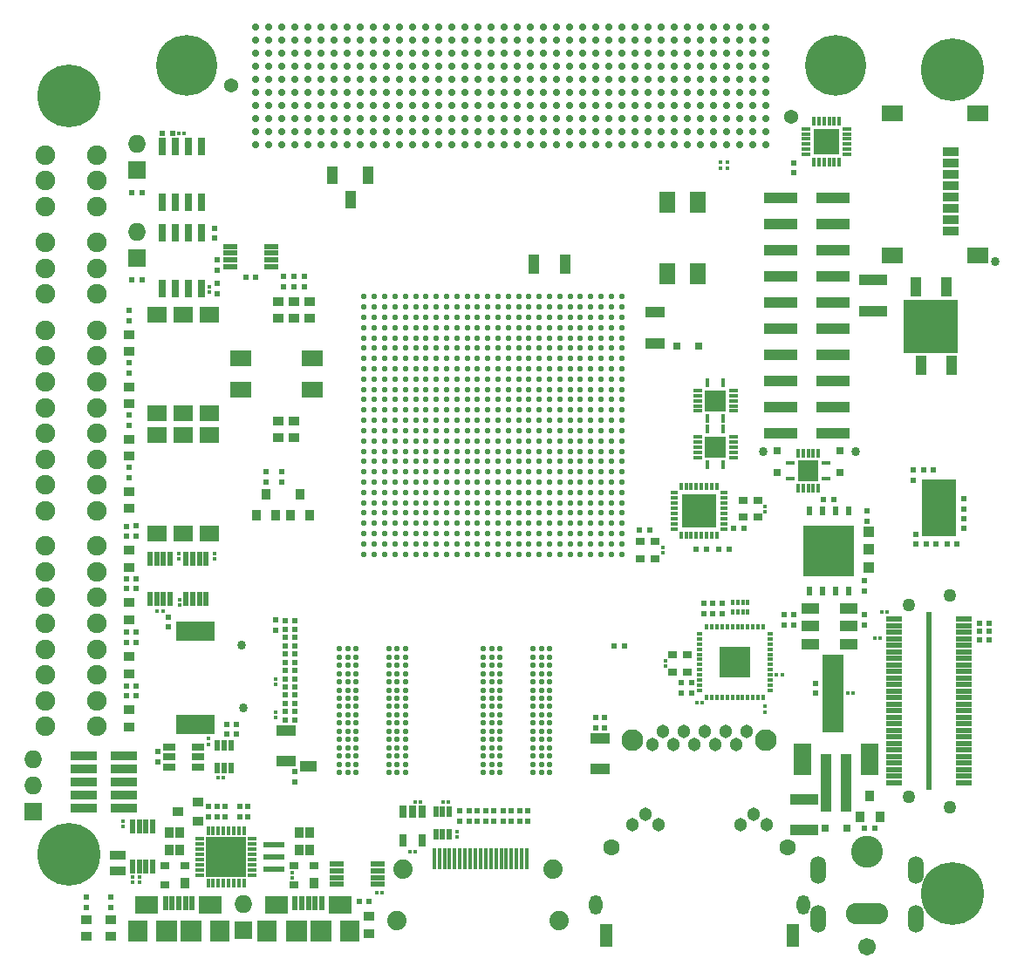
<source format=gbr>
G04 #@! TF.FileFunction,Soldermask,Top*
%FSLAX46Y46*%
G04 Gerber Fmt 4.6, Leading zero omitted, Abs format (unit mm)*
G04 Created by KiCad (PCBNEW 4.0.6) date Wed May 10 11:08:12 2017*
%MOMM*%
%LPD*%
G01*
G04 APERTURE LIST*
%ADD10C,0.101600*%
%ADD11C,0.551600*%
%ADD12R,0.351600X0.801600*%
%ADD13R,0.801600X0.351600*%
%ADD14R,1.701600X1.701600*%
%ADD15C,1.301600*%
%ADD16C,2.101600*%
%ADD17O,1.301600X1.901600*%
%ADD18R,1.181600X2.161600*%
%ADD19C,1.601600*%
%ADD20R,1.901600X1.101600*%
%ADD21R,0.401600X0.381600*%
%ADD22R,0.601600X0.601600*%
%ADD23R,1.101600X1.901600*%
%ADD24R,0.381600X0.401600*%
%ADD25R,0.685800X0.787400*%
%ADD26R,0.787400X0.685800*%
%ADD27R,1.101600X0.901600*%
%ADD28R,1.498600X0.508000*%
%ADD29R,0.609600X17.373600*%
%ADD30C,1.270000*%
%ADD31R,0.401600X2.001600*%
%ADD32C,1.879600*%
%ADD33R,0.501600X1.451600*%
%ADD34R,2.201600X1.701600*%
%ADD35R,1.901600X2.001600*%
%ADD36R,2.001600X2.001600*%
%ADD37R,1.101600X5.601600*%
%ADD38R,1.701600X3.101600*%
%ADD39R,1.752600X1.752600*%
%ADD40O,1.752600X1.752600*%
%ADD41R,2.101600X1.551600*%
%ADD42R,1.601600X0.901600*%
%ADD43R,1.102360X1.000760*%
%ADD44R,3.701600X1.901600*%
%ADD45R,0.901600X1.101600*%
%ADD46R,0.351600X0.601600*%
%ADD47R,2.101600X1.501600*%
%ADD48R,1.501600X2.101600*%
%ADD49R,2.701600X1.101600*%
%ADD50C,0.863600*%
%ADD51R,0.889000X0.990600*%
%ADD52R,0.851600X1.001600*%
%ADD53R,1.181600X0.881600*%
%ADD54R,1.201600X0.701600*%
%ADD55R,1.389100X1.389100*%
%ADD56R,0.551600X1.051600*%
%ADD57R,1.101600X1.351600*%
%ADD58R,0.551600X1.451600*%
%ADD59R,0.701600X1.201600*%
%ADD60R,0.951600X0.371600*%
%ADD61R,0.371600X0.951600*%
%ADD62R,1.351600X1.351600*%
%ADD63R,1.451600X0.551600*%
%ADD64R,0.851600X1.061600*%
%ADD65R,0.851600X0.641600*%
%ADD66R,0.951600X0.381600*%
%ADD67R,0.381600X0.951600*%
%ADD68R,1.101600X1.101600*%
%ADD69R,1.881600X1.621600*%
%ADD70R,0.951600X0.751600*%
%ADD71R,0.701600X1.651600*%
%ADD72R,0.601600X0.901600*%
%ADD73R,1.701600X1.101600*%
%ADD74R,0.601600X0.351600*%
%ADD75R,1.601600X1.601600*%
%ADD76R,0.901600X0.901600*%
%ADD77R,2.101600X0.501600*%
%ADD78R,1.501600X0.851600*%
%ADD79C,0.736600*%
%ADD80C,1.371600*%
%ADD81C,5.901600*%
%ADD82C,1.901600*%
%ADD83R,1.101600X1.701600*%
%ADD84R,2.501600X0.851600*%
%ADD85R,2.501600X0.841600*%
%ADD86R,3.251600X1.101600*%
%ADD87C,1.701600*%
%ADD88C,3.101600*%
%ADD89O,1.501600X2.701600*%
%ADD90O,4.101600X2.101600*%
%ADD91C,6.101600*%
G04 APERTURE END LIST*
D10*
D11*
X88700000Y-57100000D03*
X88700000Y-58100000D03*
X88700000Y-59100000D03*
X88700000Y-60100000D03*
X88700000Y-61100000D03*
X88700000Y-62100000D03*
X88700000Y-63100000D03*
X88700000Y-64100000D03*
X88700000Y-65100000D03*
X88700000Y-66100000D03*
X88700000Y-67100000D03*
X88700000Y-68100000D03*
X88700000Y-69100000D03*
X88700000Y-70100000D03*
X88700000Y-71100000D03*
X88700000Y-72100000D03*
X88700000Y-73100000D03*
X88700000Y-74100000D03*
X88700000Y-75100000D03*
X88700000Y-76100000D03*
X88700000Y-77100000D03*
X88700000Y-78100000D03*
X88700000Y-79100000D03*
X88700000Y-80100000D03*
X88700000Y-81100000D03*
X88700000Y-82100000D03*
X87700000Y-57100000D03*
X87700000Y-58100000D03*
X87700000Y-59100000D03*
X87700000Y-60100000D03*
X87700000Y-61100000D03*
X87700000Y-62100000D03*
X87700000Y-63100000D03*
X87700000Y-64100000D03*
X87700000Y-65100000D03*
X87700000Y-66100000D03*
X87700000Y-67100000D03*
X87700000Y-68100000D03*
X87700000Y-69100000D03*
X87700000Y-70100000D03*
X87700000Y-71100000D03*
X87700000Y-72100000D03*
X87700000Y-73100000D03*
X87700000Y-74100000D03*
X87700000Y-75100000D03*
X87700000Y-76100000D03*
X87700000Y-77100000D03*
X87700000Y-78100000D03*
X87700000Y-79100000D03*
X87700000Y-80100000D03*
X87700000Y-81100000D03*
X87700000Y-82100000D03*
X86700000Y-57100000D03*
X86700000Y-58100000D03*
X86700000Y-59100000D03*
X86700000Y-60100000D03*
X86700000Y-61100000D03*
X86700000Y-62100000D03*
X86700000Y-63100000D03*
X86700000Y-64100000D03*
X86700000Y-65100000D03*
X86700000Y-66100000D03*
X86700000Y-67100000D03*
X86700000Y-68100000D03*
X86700000Y-69100000D03*
X86700000Y-70100000D03*
X86700000Y-71100000D03*
X86700000Y-72100000D03*
X86700000Y-73100000D03*
X86700000Y-74100000D03*
X86700000Y-75100000D03*
X86700000Y-76100000D03*
X86700000Y-77100000D03*
X86700000Y-78100000D03*
X86700000Y-79100000D03*
X86700000Y-80100000D03*
X86700000Y-81100000D03*
X86700000Y-82100000D03*
X85700000Y-57100000D03*
X85700000Y-58100000D03*
X85700000Y-59100000D03*
X85700000Y-60100000D03*
X85700000Y-61100000D03*
X85700000Y-62100000D03*
X85700000Y-63100000D03*
X85700000Y-64100000D03*
X85700000Y-65100000D03*
X85700000Y-66100000D03*
X85700000Y-67100000D03*
X85700000Y-68100000D03*
X85700000Y-69100000D03*
X85700000Y-70100000D03*
X85700000Y-71100000D03*
X85700000Y-72100000D03*
X85700000Y-73100000D03*
X85700000Y-74100000D03*
X85700000Y-75100000D03*
X85700000Y-76100000D03*
X85700000Y-77100000D03*
X85700000Y-78100000D03*
X85700000Y-79100000D03*
X85700000Y-80100000D03*
X85700000Y-81100000D03*
X85700000Y-82100000D03*
X84700000Y-57100000D03*
X84700000Y-58100000D03*
X84700000Y-59100000D03*
X84700000Y-60100000D03*
X84700000Y-61100000D03*
X84700000Y-62100000D03*
X84700000Y-63100000D03*
X84700000Y-64100000D03*
X84700000Y-65100000D03*
X84700000Y-66100000D03*
X84700000Y-67100000D03*
X84700000Y-68100000D03*
X84700000Y-69100000D03*
X84700000Y-70100000D03*
X84700000Y-71100000D03*
X84700000Y-72100000D03*
X84700000Y-73100000D03*
X84700000Y-74100000D03*
X84700000Y-75100000D03*
X84700000Y-76100000D03*
X84700000Y-77100000D03*
X84700000Y-78100000D03*
X84700000Y-79100000D03*
X84700000Y-80100000D03*
X84700000Y-81100000D03*
X84700000Y-82100000D03*
X83700000Y-57100000D03*
X83700000Y-58100000D03*
X83700000Y-59100000D03*
X83700000Y-60100000D03*
X83700000Y-61100000D03*
X83700000Y-62100000D03*
X83700000Y-63100000D03*
X83700000Y-64100000D03*
X83700000Y-65100000D03*
X83700000Y-66100000D03*
X83700000Y-67100000D03*
X83700000Y-68100000D03*
X83700000Y-69100000D03*
X83700000Y-70100000D03*
X83700000Y-71100000D03*
X83700000Y-72100000D03*
X83700000Y-73100000D03*
X83700000Y-74100000D03*
X83700000Y-75100000D03*
X83700000Y-76100000D03*
X83700000Y-77100000D03*
X83700000Y-78100000D03*
X83700000Y-79100000D03*
X83700000Y-80100000D03*
X83700000Y-81100000D03*
X83700000Y-82100000D03*
X82700000Y-57100000D03*
X82700000Y-58100000D03*
X82700000Y-59100000D03*
X82700000Y-60100000D03*
X82700000Y-61100000D03*
X82700000Y-62100000D03*
X82700000Y-63100000D03*
X82700000Y-64100000D03*
X82700000Y-65100000D03*
X82700000Y-66100000D03*
X82700000Y-67100000D03*
X82700000Y-68100000D03*
X82700000Y-69100000D03*
X82700000Y-70100000D03*
X82700000Y-71100000D03*
X82700000Y-72100000D03*
X82700000Y-73100000D03*
X82700000Y-74100000D03*
X82700000Y-75100000D03*
X82700000Y-76100000D03*
X82700000Y-77100000D03*
X82700000Y-78100000D03*
X82700000Y-79100000D03*
X82700000Y-80100000D03*
X82700000Y-81100000D03*
X82700000Y-82100000D03*
X81700000Y-57100000D03*
X81700000Y-58100000D03*
X81700000Y-59100000D03*
X81700000Y-60100000D03*
X81700000Y-61100000D03*
X81700000Y-62100000D03*
X81700000Y-63100000D03*
X81700000Y-64100000D03*
X81700000Y-65100000D03*
X81700000Y-66100000D03*
X81700000Y-67100000D03*
X81700000Y-68100000D03*
X81700000Y-69100000D03*
X81700000Y-70100000D03*
X81700000Y-71100000D03*
X81700000Y-72100000D03*
X81700000Y-73100000D03*
X81700000Y-74100000D03*
X81700000Y-75100000D03*
X81700000Y-76100000D03*
X81700000Y-77100000D03*
X81700000Y-78100000D03*
X81700000Y-79100000D03*
X81700000Y-80100000D03*
X81700000Y-81100000D03*
X81700000Y-82100000D03*
X80700000Y-57100000D03*
X80700000Y-58100000D03*
X80700000Y-59100000D03*
X80700000Y-60100000D03*
X80700000Y-61100000D03*
X80700000Y-62100000D03*
X80700000Y-63100000D03*
X80700000Y-64100000D03*
X80700000Y-65100000D03*
X80700000Y-66100000D03*
X80700000Y-67100000D03*
X80700000Y-68100000D03*
X80700000Y-69100000D03*
X80700000Y-70100000D03*
X80700000Y-71100000D03*
X80700000Y-72100000D03*
X80700000Y-73100000D03*
X80700000Y-74100000D03*
X80700000Y-75100000D03*
X80700000Y-76100000D03*
X80700000Y-77100000D03*
X80700000Y-78100000D03*
X80700000Y-79100000D03*
X80700000Y-80100000D03*
X80700000Y-81100000D03*
X80700000Y-82100000D03*
X79700000Y-57100000D03*
X79700000Y-58100000D03*
X79700000Y-59100000D03*
X79700000Y-60100000D03*
X79700000Y-61100000D03*
X79700000Y-62100000D03*
X79700000Y-63100000D03*
X79700000Y-64100000D03*
X79700000Y-65100000D03*
X79700000Y-66100000D03*
X79700000Y-67100000D03*
X79700000Y-68100000D03*
X79700000Y-69100000D03*
X79700000Y-70100000D03*
X79700000Y-71100000D03*
X79700000Y-72100000D03*
X79700000Y-73100000D03*
X79700000Y-74100000D03*
X79700000Y-75100000D03*
X79700000Y-76100000D03*
X79700000Y-77100000D03*
X79700000Y-78100000D03*
X79700000Y-79100000D03*
X79700000Y-80100000D03*
X79700000Y-81100000D03*
X79700000Y-82100000D03*
X78700000Y-57100000D03*
X78700000Y-58100000D03*
X78700000Y-59100000D03*
X78700000Y-60100000D03*
X78700000Y-61100000D03*
X78700000Y-62100000D03*
X78700000Y-63100000D03*
X78700000Y-64100000D03*
X78700000Y-65100000D03*
X78700000Y-66100000D03*
X78700000Y-67100000D03*
X78700000Y-68100000D03*
X78700000Y-69100000D03*
X78700000Y-70100000D03*
X78700000Y-71100000D03*
X78700000Y-72100000D03*
X78700000Y-73100000D03*
X78700000Y-74100000D03*
X78700000Y-75100000D03*
X78700000Y-76100000D03*
X78700000Y-77100000D03*
X78700000Y-78100000D03*
X78700000Y-79100000D03*
X78700000Y-80100000D03*
X78700000Y-81100000D03*
X78700000Y-82100000D03*
X77700000Y-57100000D03*
X77700000Y-58100000D03*
X77700000Y-59100000D03*
X77700000Y-60100000D03*
X77700000Y-61100000D03*
X77700000Y-62100000D03*
X77700000Y-63100000D03*
X77700000Y-64100000D03*
X77700000Y-65100000D03*
X77700000Y-66100000D03*
X77700000Y-67100000D03*
X77700000Y-68100000D03*
X77700000Y-69100000D03*
X77700000Y-70100000D03*
X77700000Y-71100000D03*
X77700000Y-72100000D03*
X77700000Y-73100000D03*
X77700000Y-74100000D03*
X77700000Y-75100000D03*
X77700000Y-76100000D03*
X77700000Y-77100000D03*
X77700000Y-78100000D03*
X77700000Y-79100000D03*
X77700000Y-80100000D03*
X77700000Y-81100000D03*
X77700000Y-82100000D03*
X76700000Y-57100000D03*
X76700000Y-58100000D03*
X76700000Y-59100000D03*
X76700000Y-60100000D03*
X76700000Y-61100000D03*
X76700000Y-62100000D03*
X76700000Y-63100000D03*
X76700000Y-64100000D03*
X76700000Y-65100000D03*
X76700000Y-66100000D03*
X76700000Y-67100000D03*
X76700000Y-68100000D03*
X76700000Y-69100000D03*
X76700000Y-70100000D03*
X76700000Y-71100000D03*
X76700000Y-72100000D03*
X76700000Y-73100000D03*
X76700000Y-74100000D03*
X76700000Y-75100000D03*
X76700000Y-76100000D03*
X76700000Y-77100000D03*
X76700000Y-78100000D03*
X76700000Y-79100000D03*
X76700000Y-80100000D03*
X76700000Y-81100000D03*
X76700000Y-82100000D03*
X75700000Y-57100000D03*
X75700000Y-58100000D03*
X75700000Y-59100000D03*
X75700000Y-60100000D03*
X75700000Y-61100000D03*
X75700000Y-62100000D03*
X75700000Y-63100000D03*
X75700000Y-64100000D03*
X75700000Y-65100000D03*
X75700000Y-66100000D03*
X75700000Y-67100000D03*
X75700000Y-68100000D03*
X75700000Y-69100000D03*
X75700000Y-70100000D03*
X75700000Y-71100000D03*
X75700000Y-72100000D03*
X75700000Y-73100000D03*
X75700000Y-74100000D03*
X75700000Y-75100000D03*
X75700000Y-76100000D03*
X75700000Y-77100000D03*
X75700000Y-78100000D03*
X75700000Y-79100000D03*
X75700000Y-80100000D03*
X75700000Y-81100000D03*
X75700000Y-82100000D03*
X74700000Y-57100000D03*
X74700000Y-58100000D03*
X74700000Y-59100000D03*
X74700000Y-60100000D03*
X74700000Y-61100000D03*
X74700000Y-62100000D03*
X74700000Y-63100000D03*
X74700000Y-64100000D03*
X74700000Y-65100000D03*
X74700000Y-66100000D03*
X74700000Y-67100000D03*
X74700000Y-68100000D03*
X74700000Y-69100000D03*
X74700000Y-70100000D03*
X74700000Y-71100000D03*
X74700000Y-72100000D03*
X74700000Y-73100000D03*
X74700000Y-74100000D03*
X74700000Y-75100000D03*
X74700000Y-76100000D03*
X74700000Y-77100000D03*
X74700000Y-78100000D03*
X74700000Y-79100000D03*
X74700000Y-80100000D03*
X74700000Y-81100000D03*
X74700000Y-82100000D03*
X73700000Y-57100000D03*
X73700000Y-58100000D03*
X73700000Y-59100000D03*
X73700000Y-60100000D03*
X73700000Y-61100000D03*
X73700000Y-62100000D03*
X73700000Y-63100000D03*
X73700000Y-64100000D03*
X73700000Y-65100000D03*
X73700000Y-66100000D03*
X73700000Y-67100000D03*
X73700000Y-68100000D03*
X73700000Y-69100000D03*
X73700000Y-70100000D03*
X73700000Y-71100000D03*
X73700000Y-72100000D03*
X73700000Y-73100000D03*
X73700000Y-74100000D03*
X73700000Y-75100000D03*
X73700000Y-76100000D03*
X73700000Y-77100000D03*
X73700000Y-78100000D03*
X73700000Y-79100000D03*
X73700000Y-80100000D03*
X73700000Y-81100000D03*
X73700000Y-82100000D03*
X72700000Y-57100000D03*
X72700000Y-58100000D03*
X72700000Y-59100000D03*
X72700000Y-60100000D03*
X72700000Y-61100000D03*
X72700000Y-62100000D03*
X72700000Y-63100000D03*
X72700000Y-64100000D03*
X72700000Y-65100000D03*
X72700000Y-66100000D03*
X72700000Y-67100000D03*
X72700000Y-68100000D03*
X72700000Y-69100000D03*
X72700000Y-70100000D03*
X72700000Y-71100000D03*
X72700000Y-72100000D03*
X72700000Y-73100000D03*
X72700000Y-74100000D03*
X72700000Y-75100000D03*
X72700000Y-76100000D03*
X72700000Y-77100000D03*
X72700000Y-78100000D03*
X72700000Y-79100000D03*
X72700000Y-80100000D03*
X72700000Y-81100000D03*
X72700000Y-82100000D03*
X71700000Y-57100000D03*
X71700000Y-58100000D03*
X71700000Y-59100000D03*
X71700000Y-60100000D03*
X71700000Y-61100000D03*
X71700000Y-62100000D03*
X71700000Y-63100000D03*
X71700000Y-64100000D03*
X71700000Y-65100000D03*
X71700000Y-66100000D03*
X71700000Y-67100000D03*
X71700000Y-68100000D03*
X71700000Y-69100000D03*
X71700000Y-70100000D03*
X71700000Y-71100000D03*
X71700000Y-72100000D03*
X71700000Y-73100000D03*
X71700000Y-74100000D03*
X71700000Y-75100000D03*
X71700000Y-76100000D03*
X71700000Y-77100000D03*
X71700000Y-78100000D03*
X71700000Y-79100000D03*
X71700000Y-80100000D03*
X71700000Y-81100000D03*
X71700000Y-82100000D03*
X70700000Y-57100000D03*
X70700000Y-58100000D03*
X70700000Y-59100000D03*
X70700000Y-60100000D03*
X70700000Y-61100000D03*
X70700000Y-62100000D03*
X70700000Y-63100000D03*
X70700000Y-64100000D03*
X70700000Y-65100000D03*
X70700000Y-66100000D03*
X70700000Y-67100000D03*
X70700000Y-68100000D03*
X70700000Y-69100000D03*
X70700000Y-70100000D03*
X70700000Y-71100000D03*
X70700000Y-72100000D03*
X70700000Y-73100000D03*
X70700000Y-74100000D03*
X70700000Y-75100000D03*
X70700000Y-76100000D03*
X70700000Y-77100000D03*
X70700000Y-78100000D03*
X70700000Y-79100000D03*
X70700000Y-80100000D03*
X70700000Y-81100000D03*
X70700000Y-82100000D03*
X69700000Y-57100000D03*
X69700000Y-58100000D03*
X69700000Y-59100000D03*
X69700000Y-60100000D03*
X69700000Y-61100000D03*
X69700000Y-62100000D03*
X69700000Y-63100000D03*
X69700000Y-64100000D03*
X69700000Y-65100000D03*
X69700000Y-66100000D03*
X69700000Y-67100000D03*
X69700000Y-68100000D03*
X69700000Y-69100000D03*
X69700000Y-70100000D03*
X69700000Y-71100000D03*
X69700000Y-72100000D03*
X69700000Y-73100000D03*
X69700000Y-74100000D03*
X69700000Y-75100000D03*
X69700000Y-76100000D03*
X69700000Y-77100000D03*
X69700000Y-78100000D03*
X69700000Y-79100000D03*
X69700000Y-80100000D03*
X69700000Y-81100000D03*
X69700000Y-82100000D03*
X68700000Y-57100000D03*
X68700000Y-58100000D03*
X68700000Y-59100000D03*
X68700000Y-60100000D03*
X68700000Y-61100000D03*
X68700000Y-62100000D03*
X68700000Y-63100000D03*
X68700000Y-64100000D03*
X68700000Y-65100000D03*
X68700000Y-66100000D03*
X68700000Y-67100000D03*
X68700000Y-68100000D03*
X68700000Y-69100000D03*
X68700000Y-70100000D03*
X68700000Y-71100000D03*
X68700000Y-72100000D03*
X68700000Y-73100000D03*
X68700000Y-74100000D03*
X68700000Y-75100000D03*
X68700000Y-76100000D03*
X68700000Y-77100000D03*
X68700000Y-78100000D03*
X68700000Y-79100000D03*
X68700000Y-80100000D03*
X68700000Y-81100000D03*
X68700000Y-82100000D03*
X67700000Y-57100000D03*
X67700000Y-58100000D03*
X67700000Y-59100000D03*
X67700000Y-60100000D03*
X67700000Y-61100000D03*
X67700000Y-62100000D03*
X67700000Y-63100000D03*
X67700000Y-64100000D03*
X67700000Y-65100000D03*
X67700000Y-66100000D03*
X67700000Y-67100000D03*
X67700000Y-68100000D03*
X67700000Y-69100000D03*
X67700000Y-70100000D03*
X67700000Y-71100000D03*
X67700000Y-72100000D03*
X67700000Y-73100000D03*
X67700000Y-74100000D03*
X67700000Y-75100000D03*
X67700000Y-76100000D03*
X67700000Y-77100000D03*
X67700000Y-78100000D03*
X67700000Y-79100000D03*
X67700000Y-80100000D03*
X67700000Y-81100000D03*
X67700000Y-82100000D03*
X66700000Y-57100000D03*
X66700000Y-58100000D03*
X66700000Y-59100000D03*
X66700000Y-60100000D03*
X66700000Y-61100000D03*
X66700000Y-62100000D03*
X66700000Y-63100000D03*
X66700000Y-64100000D03*
X66700000Y-65100000D03*
X66700000Y-66100000D03*
X66700000Y-67100000D03*
X66700000Y-68100000D03*
X66700000Y-69100000D03*
X66700000Y-70100000D03*
X66700000Y-71100000D03*
X66700000Y-72100000D03*
X66700000Y-73100000D03*
X66700000Y-74100000D03*
X66700000Y-75100000D03*
X66700000Y-76100000D03*
X66700000Y-77100000D03*
X66700000Y-78100000D03*
X66700000Y-79100000D03*
X66700000Y-80100000D03*
X66700000Y-81100000D03*
X66700000Y-82100000D03*
X65700000Y-57100000D03*
X65700000Y-58100000D03*
X65700000Y-59100000D03*
X65700000Y-60100000D03*
X65700000Y-61100000D03*
X65700000Y-62100000D03*
X65700000Y-63100000D03*
X65700000Y-64100000D03*
X65700000Y-65100000D03*
X65700000Y-66100000D03*
X65700000Y-67100000D03*
X65700000Y-68100000D03*
X65700000Y-69100000D03*
X65700000Y-70100000D03*
X65700000Y-71100000D03*
X65700000Y-72100000D03*
X65700000Y-73100000D03*
X65700000Y-74100000D03*
X65700000Y-75100000D03*
X65700000Y-76100000D03*
X65700000Y-77100000D03*
X65700000Y-78100000D03*
X65700000Y-79100000D03*
X65700000Y-80100000D03*
X65700000Y-81100000D03*
X65700000Y-82100000D03*
X64700000Y-57100000D03*
X64700000Y-58100000D03*
X64700000Y-59100000D03*
X64700000Y-60100000D03*
X64700000Y-61100000D03*
X64700000Y-62100000D03*
X64700000Y-63100000D03*
X64700000Y-64100000D03*
X64700000Y-65100000D03*
X64700000Y-66100000D03*
X64700000Y-67100000D03*
X64700000Y-68100000D03*
X64700000Y-69100000D03*
X64700000Y-70100000D03*
X64700000Y-71100000D03*
X64700000Y-72100000D03*
X64700000Y-73100000D03*
X64700000Y-74100000D03*
X64700000Y-75100000D03*
X64700000Y-76100000D03*
X64700000Y-77100000D03*
X64700000Y-78100000D03*
X64700000Y-79100000D03*
X64700000Y-80100000D03*
X64700000Y-81100000D03*
X64700000Y-82100000D03*
X63700000Y-57100000D03*
X63700000Y-58100000D03*
X63700000Y-59100000D03*
X63700000Y-60100000D03*
X63700000Y-61100000D03*
X63700000Y-62100000D03*
X63700000Y-63100000D03*
X63700000Y-64100000D03*
X63700000Y-65100000D03*
X63700000Y-66100000D03*
X63700000Y-67100000D03*
X63700000Y-68100000D03*
X63700000Y-69100000D03*
X63700000Y-70100000D03*
X63700000Y-71100000D03*
X63700000Y-72100000D03*
X63700000Y-73100000D03*
X63700000Y-74100000D03*
X63700000Y-75100000D03*
X63700000Y-76100000D03*
X63700000Y-77100000D03*
X63700000Y-78100000D03*
X63700000Y-79100000D03*
X63700000Y-80100000D03*
X63700000Y-81100000D03*
X63700000Y-82100000D03*
D12*
X97950000Y-75500000D03*
X97450000Y-75500000D03*
X96950000Y-75500000D03*
X96450000Y-75500000D03*
X95950000Y-75500000D03*
X95450000Y-75500000D03*
X94950000Y-75500000D03*
X94450000Y-75500000D03*
D13*
X93800000Y-76150000D03*
X93800000Y-76650000D03*
X93800000Y-77150000D03*
X93800000Y-77650000D03*
X93800000Y-78150000D03*
X93800000Y-78650000D03*
X93800000Y-79150000D03*
X93800000Y-79650000D03*
D12*
X94450000Y-80300000D03*
X94950000Y-80300000D03*
X95450000Y-80300000D03*
X95950000Y-80300000D03*
X96450000Y-80300000D03*
X96950000Y-80300000D03*
X97450000Y-80300000D03*
X97950000Y-80300000D03*
D13*
X98600000Y-79650000D03*
X98600000Y-79150000D03*
X98600000Y-78650000D03*
X98600000Y-78150000D03*
X98600000Y-77650000D03*
X98600000Y-77150000D03*
X98600000Y-76650000D03*
X98600000Y-76150000D03*
D14*
X95400000Y-78700000D03*
X97000000Y-78700000D03*
X95400000Y-77100000D03*
X97000000Y-77100000D03*
D15*
X91661000Y-100596000D03*
X93693000Y-100596000D03*
X95725000Y-100596000D03*
X97757000Y-100596000D03*
X99789000Y-100596000D03*
X92677000Y-99326000D03*
X94709000Y-99326000D03*
X96741000Y-99326000D03*
X98773000Y-99326000D03*
X100805000Y-99326000D03*
D16*
X89733000Y-100206000D03*
X102733000Y-100206000D03*
D15*
X89723000Y-108346000D03*
X90993000Y-107326000D03*
X92263000Y-108346000D03*
X100203000Y-108346000D03*
X101473000Y-107326000D03*
X102743000Y-108346000D03*
D17*
X86148000Y-116156000D03*
X106318000Y-116156000D03*
D18*
X87158000Y-119126000D03*
X105308000Y-119126000D03*
D19*
X104768000Y-110556000D03*
X87698000Y-110556000D03*
D20*
X86600000Y-103000000D03*
X86600000Y-100000000D03*
X56100000Y-102200000D03*
X56100000Y-99200000D03*
D21*
X55100000Y-94765000D03*
X55100000Y-94235000D03*
X55100000Y-97435000D03*
X55100000Y-97965000D03*
D22*
X121920000Y-76716000D03*
X121920000Y-77716000D03*
X116967000Y-74922000D03*
X116967000Y-73922000D03*
D23*
X117753000Y-63754000D03*
X120753000Y-63754000D03*
D21*
X48600000Y-100565000D03*
X48600000Y-100035000D03*
D24*
X49535000Y-103800000D03*
X50065000Y-103800000D03*
X110635000Y-95631000D03*
X111165000Y-95631000D03*
D21*
X41200000Y-113965000D03*
X41200000Y-113435000D03*
X41900000Y-113965000D03*
X41900000Y-113435000D03*
D24*
X71865000Y-106200000D03*
X71335000Y-106200000D03*
D21*
X72700000Y-109035000D03*
X72700000Y-109565000D03*
D22*
X49400000Y-55800000D03*
X49400000Y-56800000D03*
X44100000Y-41200000D03*
X45100000Y-41200000D03*
X53200000Y-55200000D03*
X52200000Y-55200000D03*
D21*
X45800000Y-87065000D03*
X45800000Y-86535000D03*
X49200000Y-82565000D03*
X49200000Y-82035000D03*
D24*
X44165000Y-87600000D03*
X43635000Y-87600000D03*
D21*
X45700000Y-82565000D03*
X45700000Y-82035000D03*
X92700000Y-81435000D03*
X92700000Y-81965000D03*
D22*
X112300000Y-84700000D03*
X112300000Y-85700000D03*
D23*
X80200000Y-53900000D03*
X83200000Y-53900000D03*
D20*
X91900000Y-58600000D03*
X91900000Y-61600000D03*
D21*
X102600000Y-77965000D03*
X102600000Y-77435000D03*
D24*
X103748000Y-93853000D03*
X104278000Y-93853000D03*
X96531000Y-96520000D03*
X96001000Y-96520000D03*
D21*
X102616000Y-96890000D03*
X102616000Y-97420000D03*
X92964000Y-92445000D03*
X92964000Y-92975000D03*
X98298000Y-44058000D03*
X98298000Y-44588000D03*
X98933000Y-44058000D03*
X98933000Y-44588000D03*
D25*
X110555000Y-108700000D03*
X108445000Y-108700000D03*
D26*
X103800000Y-74155000D03*
X103800000Y-72045000D03*
X109900000Y-74155000D03*
X109900000Y-72045000D03*
D25*
X94045000Y-61900000D03*
X96155000Y-61900000D03*
D27*
X56900000Y-59225000D03*
X56900000Y-57575000D03*
X55400000Y-57575000D03*
X55400000Y-59225000D03*
X58400000Y-59225000D03*
X58400000Y-57575000D03*
X36700000Y-117575000D03*
X36700000Y-119225000D03*
X39100000Y-117575000D03*
X39100000Y-119225000D03*
X40894000Y-83375000D03*
X40894000Y-81725000D03*
X40894000Y-88455000D03*
X40894000Y-86805000D03*
X40894000Y-93726000D03*
X40894000Y-92076000D03*
X40894000Y-98869000D03*
X40894000Y-97219000D03*
X64200000Y-118925000D03*
X64200000Y-117275000D03*
X55400000Y-69175000D03*
X55400000Y-70825000D03*
X56900000Y-69175000D03*
X56900000Y-70825000D03*
D28*
X115154500Y-104293000D03*
X115154500Y-103658000D03*
X115154500Y-103023000D03*
X115154500Y-102388000D03*
X115154500Y-101753000D03*
X115154500Y-101118000D03*
X115154500Y-100483000D03*
X115154500Y-99848000D03*
X115154500Y-99213000D03*
X115154500Y-98578000D03*
X115154500Y-97943000D03*
X115154500Y-97308000D03*
X115154500Y-96673000D03*
X115154500Y-96038000D03*
X115154500Y-95403000D03*
X115154500Y-94768000D03*
X115154500Y-94133000D03*
X115154500Y-93498000D03*
X115154500Y-92863000D03*
X115154500Y-92228000D03*
X115154500Y-91593000D03*
X115154500Y-90958000D03*
X115154500Y-90323000D03*
X115154500Y-89688000D03*
X115154500Y-89053000D03*
X115154500Y-88418000D03*
X121885500Y-103658000D03*
X121885500Y-101753000D03*
X121885500Y-103023000D03*
X121885500Y-104293000D03*
X121885500Y-102388000D03*
X121885500Y-90323000D03*
X121885500Y-90958000D03*
X121885500Y-89053000D03*
X121885500Y-88418000D03*
X121885500Y-89688000D03*
X121885500Y-98578000D03*
X121885500Y-97943000D03*
X121885500Y-100483000D03*
X121885500Y-99848000D03*
X121885500Y-101118000D03*
X121885500Y-99213000D03*
X121885500Y-96038000D03*
X121885500Y-97308000D03*
X121885500Y-94768000D03*
X121885500Y-95403000D03*
X121885500Y-96673000D03*
X121885500Y-94133000D03*
X121885500Y-92228000D03*
X121885500Y-93498000D03*
X121885500Y-92863000D03*
X121885500Y-91593000D03*
D29*
X118520000Y-96355500D03*
D30*
X116615000Y-105690000D03*
X116615000Y-87021000D03*
X120552000Y-106642500D03*
X120552000Y-86068500D03*
D31*
X70500000Y-111700000D03*
X79500000Y-111700000D03*
X71000000Y-111700000D03*
X71500000Y-111700000D03*
X72000000Y-111700000D03*
X72500000Y-111700000D03*
X73000000Y-111700000D03*
X73500000Y-111700000D03*
X74000000Y-111700000D03*
X74500000Y-111700000D03*
X75000000Y-111700000D03*
X75500000Y-111700000D03*
X76000000Y-111700000D03*
X76500000Y-111700000D03*
X77000000Y-111700000D03*
X77500000Y-111700000D03*
X78000000Y-111700000D03*
X78500000Y-111700000D03*
X79000000Y-111700000D03*
D32*
X67500000Y-112700000D03*
X82000000Y-112700000D03*
X82600000Y-117650000D03*
X66900000Y-117650000D03*
D33*
X45700000Y-116025000D03*
X45050000Y-116025000D03*
X46350000Y-116025000D03*
X44400000Y-116025000D03*
X47000000Y-116025000D03*
D34*
X42600000Y-116150000D03*
X48800000Y-116150000D03*
D35*
X41700000Y-118700000D03*
X49700000Y-118700000D03*
D36*
X44500000Y-118700000D03*
X46900000Y-118700000D03*
D37*
X110500000Y-104300000D03*
X108500000Y-104300000D03*
D38*
X106250000Y-102050000D03*
X112750000Y-102050000D03*
D39*
X31600000Y-107140000D03*
D40*
X31600000Y-104600000D03*
X31600000Y-102060000D03*
D33*
X58300000Y-116000000D03*
X57650000Y-116000000D03*
X58950000Y-116000000D03*
X57000000Y-116000000D03*
X59600000Y-116000000D03*
D34*
X55200000Y-116125000D03*
X61400000Y-116125000D03*
D35*
X54300000Y-118675000D03*
X62300000Y-118675000D03*
D36*
X57100000Y-118675000D03*
X59500000Y-118675000D03*
D41*
X123276000Y-53128000D03*
X123276000Y-39328000D03*
X114976000Y-53128000D03*
X114976000Y-39328000D03*
D42*
X120676000Y-50728000D03*
X120676000Y-49628000D03*
X120676000Y-48528000D03*
X120676000Y-47428000D03*
X120676000Y-46328000D03*
X120676000Y-45228000D03*
X120676000Y-44128000D03*
X120676000Y-43028000D03*
D39*
X52000000Y-118640000D03*
D40*
X52000000Y-116100000D03*
D43*
X112649000Y-81661000D03*
X112649000Y-79961000D03*
X112649000Y-83361000D03*
D39*
X41656000Y-44831000D03*
D40*
X41656000Y-42291000D03*
D39*
X41656000Y-53340000D03*
D40*
X41656000Y-50800000D03*
D44*
X47300000Y-98600000D03*
X47300000Y-89600000D03*
D27*
X47600000Y-108050000D03*
X45600000Y-107100000D03*
X47600000Y-106150000D03*
D45*
X111850000Y-107600000D03*
X112800000Y-105600000D03*
X113750000Y-107600000D03*
X53250000Y-78300000D03*
X54200000Y-76300000D03*
X55150000Y-78300000D03*
X56550000Y-78300000D03*
X57500000Y-76300000D03*
X58450000Y-78300000D03*
D22*
X56000000Y-94200000D03*
X57000000Y-94200000D03*
X56000000Y-91800000D03*
X57000000Y-91800000D03*
X56000000Y-92600000D03*
X57000000Y-92600000D03*
X56000000Y-90200000D03*
X57000000Y-90200000D03*
X56000000Y-88600000D03*
X57000000Y-88600000D03*
X56000000Y-91000000D03*
X57000000Y-91000000D03*
X56000000Y-95000000D03*
X57000000Y-95000000D03*
X56000000Y-89400000D03*
X57000000Y-89400000D03*
X56000000Y-95800000D03*
X57000000Y-95800000D03*
X56000000Y-93400000D03*
X57000000Y-93400000D03*
X56000000Y-96600000D03*
X57000000Y-96600000D03*
X56000000Y-97400000D03*
X57000000Y-97400000D03*
X56000000Y-98200000D03*
X57000000Y-98200000D03*
X89000000Y-91000000D03*
X88000000Y-91000000D03*
X117221000Y-80145000D03*
X117221000Y-81145000D03*
X121277000Y-81153000D03*
X120277000Y-81153000D03*
X121920000Y-79621000D03*
X121920000Y-78621000D03*
X118245000Y-81153000D03*
X119245000Y-81153000D03*
X117991000Y-73914000D03*
X118991000Y-73914000D03*
X50400000Y-98600000D03*
X50400000Y-99600000D03*
X51300000Y-98600000D03*
X51300000Y-99600000D03*
X124400000Y-90400000D03*
X123400000Y-90400000D03*
X107495000Y-95631000D03*
X107495000Y-94631000D03*
X79600000Y-107000000D03*
X79600000Y-108000000D03*
X78800000Y-107000000D03*
X78800000Y-108000000D03*
X78000000Y-107000000D03*
X78000000Y-108000000D03*
X77200000Y-107000000D03*
X77200000Y-108000000D03*
X76300000Y-107000000D03*
X76300000Y-108000000D03*
X75500000Y-107000000D03*
X75500000Y-108000000D03*
X74700000Y-107000000D03*
X74700000Y-108000000D03*
X73900000Y-107000000D03*
X73900000Y-108000000D03*
X73000000Y-108000000D03*
X73000000Y-107000000D03*
X48600000Y-107600000D03*
X48600000Y-106600000D03*
X50200000Y-106600000D03*
X50200000Y-107600000D03*
X49400000Y-106600000D03*
X49400000Y-107600000D03*
X49400000Y-53500000D03*
X49400000Y-54500000D03*
X56900000Y-56100000D03*
X56900000Y-55100000D03*
X55900000Y-56100000D03*
X55900000Y-55100000D03*
X57900000Y-56100000D03*
X57900000Y-55100000D03*
X36700000Y-116400000D03*
X36700000Y-115400000D03*
X39100000Y-116400000D03*
X39100000Y-115400000D03*
X112300000Y-108700000D03*
X113300000Y-108700000D03*
X40640000Y-80383000D03*
X40640000Y-79383000D03*
X40640000Y-85463000D03*
X40640000Y-84463000D03*
X40640000Y-90670000D03*
X40640000Y-89670000D03*
X40640000Y-95877000D03*
X40640000Y-94877000D03*
X41529000Y-79375000D03*
X41529000Y-80375000D03*
X41529000Y-84463000D03*
X41529000Y-85463000D03*
X41529000Y-89670000D03*
X41529000Y-90670000D03*
X41529000Y-94877000D03*
X41529000Y-95877000D03*
X40894000Y-59436000D03*
X40894000Y-58436000D03*
X40894000Y-64508000D03*
X40894000Y-63508000D03*
X40894000Y-69588000D03*
X40894000Y-68588000D03*
X40894000Y-74668000D03*
X40894000Y-73668000D03*
X91400000Y-79800000D03*
X90400000Y-79800000D03*
X52400000Y-107600000D03*
X52400000Y-106600000D03*
X51600000Y-107600000D03*
X51600000Y-106600000D03*
X124400000Y-88800000D03*
X123400000Y-88800000D03*
X124400000Y-89600000D03*
X123400000Y-89600000D03*
X105400000Y-88000000D03*
X105400000Y-89000000D03*
X109300000Y-76800000D03*
X108300000Y-76800000D03*
X49149000Y-50427000D03*
X49149000Y-51427000D03*
X104500000Y-89000000D03*
X104500000Y-88000000D03*
X42156000Y-46990000D03*
X41156000Y-46990000D03*
X41156000Y-55499000D03*
X42156000Y-55499000D03*
X112300000Y-88000000D03*
X112300000Y-89000000D03*
X112500000Y-78900000D03*
X112500000Y-77900000D03*
X105410000Y-44077000D03*
X105410000Y-45077000D03*
X63200000Y-115800000D03*
X64200000Y-115800000D03*
X96900000Y-81600000D03*
X95900000Y-81600000D03*
X98100000Y-81600000D03*
X99100000Y-81600000D03*
X99600000Y-79600000D03*
X100600000Y-79600000D03*
X96647000Y-86876000D03*
X96647000Y-87876000D03*
X97536000Y-86876000D03*
X97536000Y-87876000D03*
X98425000Y-86876000D03*
X98425000Y-87876000D03*
X95496000Y-94615000D03*
X94496000Y-94615000D03*
X94496000Y-95631000D03*
X95496000Y-95631000D03*
X54200000Y-75100000D03*
X54200000Y-74100000D03*
X55700000Y-74100000D03*
X55700000Y-75100000D03*
D46*
X100953000Y-87749000D03*
X100453000Y-87749000D03*
X99953000Y-87749000D03*
X99453000Y-87749000D03*
X100953000Y-86749000D03*
X100453000Y-86749000D03*
X99953000Y-86749000D03*
X99453000Y-86749000D03*
D47*
X51700000Y-63100000D03*
X51700000Y-66100000D03*
X58700000Y-63100000D03*
X58700000Y-66100000D03*
D48*
X93100000Y-54900000D03*
X96100000Y-54900000D03*
X93100000Y-47900000D03*
X96100000Y-47900000D03*
D49*
X106400000Y-105900000D03*
X106400000Y-108900000D03*
X113100000Y-58500000D03*
X113100000Y-55500000D03*
D50*
X125000000Y-53700000D03*
X111400000Y-72100000D03*
X102400000Y-72100000D03*
X51800000Y-90900000D03*
X52000000Y-97000000D03*
D51*
X45833400Y-110850900D03*
X44766600Y-110850900D03*
X45833400Y-109149100D03*
X44766600Y-109149100D03*
X58433400Y-110850900D03*
X57366600Y-110850900D03*
X58433400Y-109149100D03*
X57366600Y-109149100D03*
D52*
X57925000Y-102700000D03*
X58675000Y-102700000D03*
D53*
X120580000Y-79937000D03*
X119500000Y-79937000D03*
X118420000Y-79937000D03*
X120580000Y-79157000D03*
X120580000Y-78377000D03*
X120580000Y-77597000D03*
X120580000Y-76817000D03*
X120580000Y-76037000D03*
X120580000Y-75257000D03*
X119500000Y-75257000D03*
X119500000Y-76037000D03*
X119500000Y-76817000D03*
X119500000Y-77597000D03*
X119500000Y-78377000D03*
X119500000Y-79157000D03*
X118420000Y-79157000D03*
X118420000Y-78377000D03*
X118420000Y-77597000D03*
X118420000Y-76817000D03*
X118420000Y-76037000D03*
X118420000Y-75257000D03*
D54*
X44800000Y-100850000D03*
X44800000Y-102750000D03*
X44800000Y-101800000D03*
X47600000Y-102750000D03*
X47600000Y-100850000D03*
X47600000Y-101800000D03*
D55*
X120631250Y-61931250D03*
X119343750Y-61931250D03*
X118056250Y-61931250D03*
X116768750Y-61931250D03*
X120631250Y-60643750D03*
X119343750Y-60643750D03*
X118056250Y-60643750D03*
X116768750Y-60643750D03*
X120631250Y-59356250D03*
X119343750Y-59356250D03*
X118056250Y-59356250D03*
X116768750Y-59356250D03*
X120631250Y-58068750D03*
X119343750Y-58068750D03*
X118056250Y-58068750D03*
X116768750Y-58068750D03*
D56*
X49450000Y-102900000D03*
X50100000Y-102900000D03*
X50750000Y-102900000D03*
X50750000Y-100700000D03*
X49450000Y-100700000D03*
X50100000Y-100700000D03*
D57*
X109720000Y-97506000D03*
X109720000Y-96256000D03*
X109720000Y-98756000D03*
X108720000Y-98756000D03*
X108720000Y-97506000D03*
X108720000Y-96256000D03*
X108720000Y-95006000D03*
X108720000Y-93756000D03*
X108720000Y-92506000D03*
X109720000Y-92506000D03*
X109720000Y-93756000D03*
X109720000Y-95006000D03*
D58*
X41225000Y-108525000D03*
X41875000Y-108525000D03*
X42525000Y-108525000D03*
X43175000Y-108525000D03*
X41225000Y-112475000D03*
X41875000Y-112475000D03*
X42525000Y-112475000D03*
X43175000Y-112475000D03*
D56*
X71950000Y-107100000D03*
X71300000Y-107100000D03*
X70650000Y-107100000D03*
X70650000Y-109300000D03*
X71950000Y-109300000D03*
X71300000Y-109300000D03*
D59*
X69350000Y-107100000D03*
X67450000Y-107100000D03*
X68400000Y-107100000D03*
X67450000Y-109900000D03*
X69350000Y-109900000D03*
D60*
X52850000Y-113250000D03*
X52850000Y-112750000D03*
X52850000Y-112250000D03*
X52850000Y-111750000D03*
X52850000Y-111250000D03*
X52850000Y-110750000D03*
X52850000Y-110250000D03*
X52850000Y-109750000D03*
D61*
X52050000Y-108950000D03*
X51550000Y-108950000D03*
X51050000Y-108950000D03*
X50550000Y-108950000D03*
X50050000Y-108950000D03*
X49550000Y-108950000D03*
X49050000Y-108950000D03*
X48550000Y-108950000D03*
D60*
X47750000Y-109750000D03*
X47750000Y-110250000D03*
X47750000Y-110750000D03*
X47750000Y-111250000D03*
X47750000Y-111750000D03*
X47750000Y-112250000D03*
X47750000Y-112750000D03*
X47750000Y-113250000D03*
D61*
X48550000Y-114050000D03*
X49050000Y-114050000D03*
X49550000Y-114050000D03*
X50050000Y-114050000D03*
X50550000Y-114050000D03*
X51050000Y-114050000D03*
X51550000Y-114050000D03*
X52050000Y-114050000D03*
D62*
X49050000Y-110250000D03*
X49050000Y-112750000D03*
X51550000Y-110250000D03*
X50300000Y-112750000D03*
X49050000Y-111500000D03*
X50300000Y-111500000D03*
X51550000Y-111500000D03*
X50300000Y-110250000D03*
X51550000Y-112750000D03*
D63*
X50725000Y-54175000D03*
X50725000Y-53525000D03*
X50725000Y-52875000D03*
X50725000Y-52225000D03*
X54675000Y-54175000D03*
X54675000Y-53525000D03*
X54675000Y-52875000D03*
X54675000Y-52225000D03*
D64*
X46275000Y-114060000D03*
D65*
X44325000Y-112340000D03*
X46275000Y-112340000D03*
X44325000Y-114260000D03*
D66*
X96075000Y-67200000D03*
X96075000Y-66700000D03*
X96075000Y-66200000D03*
X96075000Y-67700000D03*
X96075000Y-68200000D03*
X99525000Y-67200000D03*
X99525000Y-66700000D03*
X99525000Y-66200000D03*
X99525000Y-67700000D03*
X99525000Y-68200000D03*
D67*
X98550000Y-65475000D03*
X97050000Y-65475000D03*
X97050000Y-68925000D03*
X98550000Y-68925000D03*
D68*
X98300000Y-66700000D03*
X98300000Y-67700000D03*
X97300000Y-67700000D03*
X97300000Y-66700000D03*
D66*
X96075000Y-71700000D03*
X96075000Y-71200000D03*
X96075000Y-70700000D03*
X96075000Y-72200000D03*
X96075000Y-72700000D03*
X99525000Y-71700000D03*
X99525000Y-71200000D03*
X99525000Y-70700000D03*
X99525000Y-72200000D03*
X99525000Y-72700000D03*
D67*
X98550000Y-69975000D03*
X97050000Y-69975000D03*
X97050000Y-73425000D03*
X98550000Y-73425000D03*
D68*
X98300000Y-71200000D03*
X98300000Y-72200000D03*
X97300000Y-72200000D03*
X97300000Y-71200000D03*
D67*
X106800000Y-75725000D03*
X106300000Y-75725000D03*
X105800000Y-75725000D03*
X107300000Y-75725000D03*
X107800000Y-75725000D03*
X106800000Y-72275000D03*
X106300000Y-72275000D03*
X105800000Y-72275000D03*
X107300000Y-72275000D03*
X107800000Y-72275000D03*
D66*
X105075000Y-73250000D03*
X105075000Y-74750000D03*
X108525000Y-74750000D03*
X108525000Y-73250000D03*
D68*
X106300000Y-73500000D03*
X107300000Y-73500000D03*
X107300000Y-74500000D03*
X106300000Y-74500000D03*
D58*
X48375000Y-86475000D03*
X47725000Y-86475000D03*
X47075000Y-86475000D03*
X46425000Y-86475000D03*
X48375000Y-82525000D03*
X47725000Y-82525000D03*
X47075000Y-82525000D03*
X46425000Y-82525000D03*
X44875000Y-86475000D03*
X44225000Y-86475000D03*
X43575000Y-86475000D03*
X42925000Y-86475000D03*
X44875000Y-82525000D03*
X44225000Y-82525000D03*
X43575000Y-82525000D03*
X42925000Y-82525000D03*
D69*
X43561000Y-68389000D03*
X43561000Y-58865000D03*
X46101000Y-58865000D03*
X48641000Y-58865000D03*
X48641000Y-68389000D03*
X46101000Y-68389000D03*
X43561000Y-80073000D03*
X43561000Y-70549000D03*
X46101000Y-70549000D03*
X48641000Y-70549000D03*
X48641000Y-80073000D03*
X46101000Y-80073000D03*
D70*
X90475000Y-80875000D03*
X91925000Y-82525000D03*
X90475000Y-82525000D03*
X91925000Y-80875000D03*
D71*
X47879000Y-50894000D03*
X46609000Y-50894000D03*
X45339000Y-50894000D03*
X44069000Y-50894000D03*
X44069000Y-56294000D03*
X45339000Y-56294000D03*
X46609000Y-56294000D03*
X47879000Y-56294000D03*
X47879000Y-42512000D03*
X46609000Y-42512000D03*
X45339000Y-42512000D03*
X44069000Y-42512000D03*
X44069000Y-47912000D03*
X45339000Y-47912000D03*
X46609000Y-47912000D03*
X47879000Y-47912000D03*
D72*
X109435000Y-77900000D03*
X108165000Y-77900000D03*
X106895000Y-77900000D03*
X110705000Y-77900000D03*
X110705000Y-85700000D03*
X109435000Y-85700000D03*
X108165000Y-85700000D03*
X106895000Y-85700000D03*
D14*
X108800000Y-81800000D03*
X110400000Y-81800000D03*
X110400000Y-83400000D03*
X108800000Y-83400000D03*
X107200000Y-83400000D03*
X107200000Y-81800000D03*
X107200000Y-80200000D03*
X108800000Y-80200000D03*
X110400000Y-80200000D03*
D73*
X110750000Y-89100000D03*
X110750000Y-87350000D03*
X110750000Y-90850000D03*
X107050000Y-87350000D03*
X107050000Y-89100000D03*
X107050000Y-90850000D03*
D70*
X101925000Y-78525000D03*
X100475000Y-76875000D03*
X101925000Y-76875000D03*
X100475000Y-78525000D03*
D63*
X64975000Y-112225000D03*
X64975000Y-112875000D03*
X64975000Y-113525000D03*
X64975000Y-114175000D03*
X61025000Y-112225000D03*
X61025000Y-112875000D03*
X61025000Y-113525000D03*
X61025000Y-114175000D03*
D64*
X58875000Y-114060000D03*
D65*
X56925000Y-112340000D03*
X58875000Y-112340000D03*
X56925000Y-114260000D03*
D74*
X96295000Y-95333000D03*
X96295000Y-94833000D03*
X96295000Y-94333000D03*
X96295000Y-93833000D03*
X96295000Y-93333000D03*
X96295000Y-92833000D03*
X96295000Y-92333000D03*
X96295000Y-91833000D03*
X96295000Y-91333000D03*
X96295000Y-90833000D03*
X96295000Y-90333000D03*
X96295000Y-89833000D03*
D46*
X96945000Y-89183000D03*
X99445000Y-89183000D03*
X98945000Y-89183000D03*
X98445000Y-89183000D03*
X97945000Y-89183000D03*
X97445000Y-89183000D03*
X99945000Y-89183000D03*
X100445000Y-89183000D03*
X100945000Y-89183000D03*
X101445000Y-89183000D03*
X101945000Y-89183000D03*
X102445000Y-89183000D03*
D74*
X103095000Y-92333000D03*
X103095000Y-91833000D03*
X103095000Y-91333000D03*
X103095000Y-90833000D03*
X103095000Y-90333000D03*
X103095000Y-89833000D03*
X103095000Y-92833000D03*
X103095000Y-93333000D03*
X103095000Y-93833000D03*
X103095000Y-94333000D03*
X103095000Y-94833000D03*
X103095000Y-95333000D03*
D46*
X99945000Y-95983000D03*
X99445000Y-95983000D03*
X98945000Y-95983000D03*
X98445000Y-95983000D03*
X97945000Y-95983000D03*
X97445000Y-95983000D03*
X96945000Y-95983000D03*
X100445000Y-95983000D03*
X100945000Y-95983000D03*
X101445000Y-95983000D03*
X101945000Y-95983000D03*
X102445000Y-95983000D03*
D75*
X98945000Y-93333000D03*
X98945000Y-91833000D03*
X100445000Y-91833000D03*
X100445000Y-93333000D03*
D67*
X109835000Y-44012000D03*
X108835000Y-44012000D03*
X109335000Y-44012000D03*
X108335000Y-44012000D03*
X107835000Y-44012000D03*
X107335000Y-44012000D03*
D66*
X110560000Y-43287000D03*
X110560000Y-42787000D03*
X110560000Y-42287000D03*
X110560000Y-41787000D03*
X110560000Y-41287000D03*
X110560000Y-40787000D03*
D67*
X108835000Y-40062000D03*
X109335000Y-40062000D03*
X109835000Y-40062000D03*
X108335000Y-40062000D03*
X107835000Y-40062000D03*
X107335000Y-40062000D03*
D66*
X106610000Y-40787000D03*
X106610000Y-41287000D03*
X106610000Y-41787000D03*
X106610000Y-42287000D03*
X106610000Y-42787000D03*
X106610000Y-43287000D03*
D76*
X109385000Y-42837000D03*
X108585000Y-42837000D03*
X107785000Y-42837000D03*
X107785000Y-42037000D03*
X108585000Y-42037000D03*
X109385000Y-42037000D03*
X109385000Y-41237000D03*
X108585000Y-41237000D03*
X107785000Y-41237000D03*
D70*
X95086000Y-93535000D03*
X93636000Y-91885000D03*
X95086000Y-91885000D03*
X93636000Y-93535000D03*
D77*
X54900000Y-111500000D03*
X54900000Y-112700000D03*
X54900000Y-110300000D03*
D78*
X39800000Y-112825000D03*
X39800000Y-111375000D03*
D79*
X102710000Y-42331700D03*
X102710000Y-41061700D03*
X102710000Y-39791700D03*
X102710000Y-38521700D03*
X102710000Y-37251700D03*
X102710000Y-35981700D03*
X102710000Y-34711700D03*
X102710000Y-33441700D03*
X102710000Y-32171700D03*
X102710000Y-30901700D03*
X101440000Y-42331700D03*
X101440000Y-41061700D03*
X101440000Y-39791700D03*
X101440000Y-38521700D03*
X101440000Y-37251700D03*
X101440000Y-35981700D03*
X101440000Y-34711700D03*
X101440000Y-33441700D03*
X101440000Y-32171700D03*
X101440000Y-30901700D03*
X100170000Y-42331700D03*
X100170000Y-41061700D03*
X100170000Y-39791700D03*
X100170000Y-38521700D03*
X100170000Y-37251700D03*
X100170000Y-35981700D03*
X100170000Y-34711700D03*
X100170000Y-33441700D03*
X100170000Y-32171700D03*
X100170000Y-30901700D03*
X98900000Y-42331700D03*
X98900000Y-41061700D03*
X98900000Y-39791700D03*
X98900000Y-38521700D03*
X98900000Y-37251700D03*
X98900000Y-35981700D03*
X98900000Y-34711700D03*
X98900000Y-33441700D03*
X98900000Y-32171700D03*
X98900000Y-30901700D03*
X97630000Y-42331700D03*
X97630000Y-41061700D03*
X97630000Y-39791700D03*
X97630000Y-38521700D03*
X97630000Y-37251700D03*
X97630000Y-35981700D03*
X97630000Y-34711700D03*
X97630000Y-33441700D03*
X97630000Y-32171700D03*
X97630000Y-30901700D03*
X96360000Y-42331700D03*
X96360000Y-41061700D03*
X96360000Y-39791700D03*
X96360000Y-38521700D03*
X96360000Y-37251700D03*
X96360000Y-35981700D03*
X96360000Y-34711700D03*
X96360000Y-33441700D03*
X96360000Y-32171700D03*
X96360000Y-30901700D03*
X95090000Y-42331700D03*
X95090000Y-41061700D03*
X95090000Y-39791700D03*
X95090000Y-38521700D03*
X95090000Y-37251700D03*
X95090000Y-35981700D03*
X95090000Y-34711700D03*
X95090000Y-33441700D03*
X95090000Y-32171700D03*
X95090000Y-30901700D03*
X93820000Y-42331700D03*
X93820000Y-41061700D03*
X93820000Y-39791700D03*
X93820000Y-38521700D03*
X93820000Y-37251700D03*
X93820000Y-35981700D03*
X93820000Y-34711700D03*
X93820000Y-33441700D03*
X93820000Y-32171700D03*
X93820000Y-30901700D03*
X92550000Y-42331700D03*
X92550000Y-41061700D03*
X92550000Y-39791700D03*
X92550000Y-38521700D03*
X92550000Y-37251700D03*
X92550000Y-35981700D03*
X92550000Y-34711700D03*
X92550000Y-33441700D03*
X92550000Y-32171700D03*
X92550000Y-30901700D03*
X91280000Y-42331700D03*
X91280000Y-41061700D03*
X91280000Y-39791700D03*
X91280000Y-38521700D03*
X91280000Y-37251700D03*
X91280000Y-35981700D03*
X91280000Y-34711700D03*
X91280000Y-33441700D03*
X91280000Y-32171700D03*
X91280000Y-30901700D03*
X90010000Y-42331700D03*
X90010000Y-41061700D03*
X90010000Y-39791700D03*
X90010000Y-38521700D03*
X90010000Y-37251700D03*
X90010000Y-35981700D03*
X90010000Y-34711700D03*
X90010000Y-33441700D03*
X90010000Y-32171700D03*
X90010000Y-30901700D03*
X88740000Y-42331700D03*
X88740000Y-41061700D03*
X88740000Y-39791700D03*
X88740000Y-38521700D03*
X88740000Y-37251700D03*
X88740000Y-35981700D03*
X88740000Y-34711700D03*
X88740000Y-33441700D03*
X88740000Y-32171700D03*
X88740000Y-30901700D03*
X87470000Y-42331700D03*
X87470000Y-41061700D03*
X87470000Y-39791700D03*
X87470000Y-38521700D03*
X87470000Y-37251700D03*
X87470000Y-35981700D03*
X87470000Y-34711700D03*
X87470000Y-33441700D03*
X87470000Y-32171700D03*
X87470000Y-30901700D03*
X86200000Y-42331700D03*
X86200000Y-41061700D03*
X86200000Y-39791700D03*
X86200000Y-38521700D03*
X86200000Y-37251700D03*
X86200000Y-35981700D03*
X86200000Y-34711700D03*
X86200000Y-33441700D03*
X86200000Y-32171700D03*
X86200000Y-30901700D03*
X84930000Y-42331700D03*
X84930000Y-41061700D03*
X84930000Y-39791700D03*
X84930000Y-38521700D03*
X84930000Y-37251700D03*
X84930000Y-35981700D03*
X84930000Y-34711700D03*
X84930000Y-33441700D03*
X84930000Y-32171700D03*
X84930000Y-30901700D03*
X83660000Y-42331700D03*
X83660000Y-41061700D03*
X83660000Y-39791700D03*
X83660000Y-38521700D03*
X83660000Y-37251700D03*
X83660000Y-35981700D03*
X83660000Y-34711700D03*
X83660000Y-33441700D03*
X83660000Y-32171700D03*
X83660000Y-30901700D03*
X82390000Y-42331700D03*
X82390000Y-41061700D03*
X82390000Y-39791700D03*
X82390000Y-38521700D03*
X82390000Y-37251700D03*
X82390000Y-35981700D03*
X82390000Y-34711700D03*
X82390000Y-33441700D03*
X82390000Y-32171700D03*
X82390000Y-30901700D03*
X81120000Y-42331700D03*
X81120000Y-41061700D03*
X81120000Y-39791700D03*
X81120000Y-38521700D03*
X81120000Y-37251700D03*
X81120000Y-35981700D03*
X81120000Y-34711700D03*
X81120000Y-33441700D03*
X81120000Y-32171700D03*
X81120000Y-30901700D03*
X79850000Y-42331700D03*
X79850000Y-41061700D03*
X79850000Y-39791700D03*
X79850000Y-38521700D03*
X79850000Y-37251700D03*
X79850000Y-35981700D03*
X79850000Y-34711700D03*
X79850000Y-33441700D03*
X79850000Y-32171700D03*
X79850000Y-30901700D03*
X78580000Y-42331700D03*
X78580000Y-41061700D03*
X78580000Y-39791700D03*
X78580000Y-38521700D03*
X78580000Y-37251700D03*
X78580000Y-35981700D03*
X78580000Y-34711700D03*
X78580000Y-33441700D03*
X78580000Y-32171700D03*
X78580000Y-30901700D03*
X77310000Y-42331700D03*
X77310000Y-41061700D03*
X77310000Y-39791700D03*
X77310000Y-38521700D03*
X77310000Y-37251700D03*
X77310000Y-35981700D03*
X77310000Y-34711700D03*
X77310000Y-33441700D03*
X77310000Y-32171700D03*
X77310000Y-30901700D03*
X76040000Y-42331700D03*
X76040000Y-41061700D03*
X76040000Y-39791700D03*
X76040000Y-38521700D03*
X76040000Y-37251700D03*
X76040000Y-35981700D03*
X76040000Y-34711700D03*
X76040000Y-33441700D03*
X76040000Y-32171700D03*
X76040000Y-30901700D03*
X74770000Y-42331700D03*
X74770000Y-41061700D03*
X74770000Y-39791700D03*
X74770000Y-38521700D03*
X74770000Y-37251700D03*
X74770000Y-35981700D03*
X74770000Y-34711700D03*
X74770000Y-33441700D03*
X74770000Y-32171700D03*
X74770000Y-30901700D03*
X73500000Y-42331700D03*
X73500000Y-41061700D03*
X73500000Y-39791700D03*
X73500000Y-38521700D03*
X73500000Y-37251700D03*
X73500000Y-35981700D03*
X73500000Y-34711700D03*
X73500000Y-33441700D03*
X73500000Y-32171700D03*
X73500000Y-30901700D03*
X72230000Y-42331700D03*
X72230000Y-41061700D03*
X72230000Y-39791700D03*
X72230000Y-38521700D03*
X72230000Y-37251700D03*
X72230000Y-35981700D03*
X72230000Y-34711700D03*
X72230000Y-33441700D03*
X72230000Y-32171700D03*
X72230000Y-30901700D03*
X70960000Y-42331700D03*
X70960000Y-41061700D03*
X70960000Y-39791700D03*
X70960000Y-38521700D03*
X70960000Y-37251700D03*
X70960000Y-35981700D03*
X70960000Y-34711700D03*
X70960000Y-33441700D03*
X70960000Y-32171700D03*
X70960000Y-30901700D03*
X69690000Y-42331700D03*
X69690000Y-41061700D03*
X69690000Y-39791700D03*
X69690000Y-38521700D03*
X69690000Y-37251700D03*
X69690000Y-35981700D03*
X69690000Y-34711700D03*
X69690000Y-33441700D03*
X69690000Y-32171700D03*
X69690000Y-30901700D03*
X68420000Y-42331700D03*
X68420000Y-41061700D03*
X68420000Y-39791700D03*
X68420000Y-38521700D03*
X68420000Y-37251700D03*
X68420000Y-35981700D03*
X68420000Y-34711700D03*
X68420000Y-33441700D03*
X68420000Y-32171700D03*
X68420000Y-30901700D03*
X67150000Y-42331700D03*
X67150000Y-41061700D03*
X67150000Y-39791700D03*
X67150000Y-38521700D03*
X67150000Y-37251700D03*
X67150000Y-35981700D03*
X67150000Y-34711700D03*
X67150000Y-33441700D03*
X67150000Y-32171700D03*
X67150000Y-30901700D03*
X65880000Y-42331700D03*
X65880000Y-41061700D03*
X65880000Y-39791700D03*
X65880000Y-38521700D03*
X65880000Y-37251700D03*
X65880000Y-35981700D03*
X65880000Y-34711700D03*
X65880000Y-33441700D03*
X65880000Y-32171700D03*
X65880000Y-30901700D03*
X64610000Y-42331700D03*
X64610000Y-41061700D03*
X64610000Y-39791700D03*
X64610000Y-38521700D03*
X64610000Y-37251700D03*
X64610000Y-35981700D03*
X64610000Y-34711700D03*
X64610000Y-33441700D03*
X64610000Y-32171700D03*
X64610000Y-30901700D03*
X63340000Y-42331700D03*
X63340000Y-41061700D03*
X63340000Y-39791700D03*
X63340000Y-38521700D03*
X63340000Y-37251700D03*
X63340000Y-35981700D03*
X63340000Y-34711700D03*
X63340000Y-33441700D03*
X63340000Y-32171700D03*
X63340000Y-30901700D03*
X62070000Y-42331700D03*
X62070000Y-41061700D03*
X62070000Y-39791700D03*
X62070000Y-38521700D03*
X62070000Y-37251700D03*
X62070000Y-35981700D03*
X62070000Y-34711700D03*
X62070000Y-33441700D03*
X62070000Y-32171700D03*
X62070000Y-30901700D03*
X60800000Y-42331700D03*
X60800000Y-41061700D03*
X60800000Y-39791700D03*
X60800000Y-38521700D03*
X60800000Y-37251700D03*
X60800000Y-35981700D03*
X60800000Y-34711700D03*
X60800000Y-33441700D03*
X60800000Y-32171700D03*
X60800000Y-30901700D03*
X59530000Y-42331700D03*
X59530000Y-41061700D03*
X59530000Y-39791700D03*
X59530000Y-38521700D03*
X59530000Y-37251700D03*
X59530000Y-35981700D03*
X59530000Y-34711700D03*
X59530000Y-33441700D03*
X59530000Y-32171700D03*
X59530000Y-30901700D03*
X58260000Y-42331700D03*
X58260000Y-41061700D03*
X58260000Y-39791700D03*
X58260000Y-38521700D03*
X58260000Y-37251700D03*
X58260000Y-35981700D03*
X58260000Y-34711700D03*
X58260000Y-33441700D03*
X58260000Y-32171700D03*
X58260000Y-30901700D03*
X56990000Y-42331700D03*
X56990000Y-41061700D03*
X56990000Y-39791700D03*
X56990000Y-38521700D03*
X56990000Y-37251700D03*
X56990000Y-35981700D03*
X56990000Y-34711700D03*
X56990000Y-33441700D03*
X56990000Y-32171700D03*
X56990000Y-30901700D03*
X55720000Y-42331700D03*
X55720000Y-41061700D03*
X55720000Y-39791700D03*
X55720000Y-38521700D03*
X55720000Y-37251700D03*
X55720000Y-35981700D03*
X55720000Y-34711700D03*
X55720000Y-33441700D03*
X55720000Y-32171700D03*
X55720000Y-30901700D03*
X54450000Y-42331700D03*
X54450000Y-41061700D03*
X54450000Y-39791700D03*
X54450000Y-38521700D03*
X54450000Y-37251700D03*
X54450000Y-35981700D03*
X54450000Y-34711700D03*
X54450000Y-33441700D03*
X54450000Y-32171700D03*
X54450000Y-30901700D03*
X53180000Y-42331700D03*
X53180000Y-41061700D03*
X53180000Y-39791700D03*
X53180000Y-38521700D03*
X53180000Y-37251700D03*
X53180000Y-35981700D03*
X53180000Y-34711700D03*
X53180000Y-33441700D03*
X53180000Y-32171700D03*
X53180000Y-30901700D03*
D80*
X105135700Y-39664700D03*
X50754300Y-36616700D03*
D81*
X46454300Y-34616700D03*
X109455700Y-34616700D03*
D82*
X32719000Y-67865000D03*
X32719000Y-65365000D03*
X32719000Y-62865000D03*
X32719000Y-60365000D03*
X32719000Y-70365000D03*
X32719000Y-72865000D03*
X32719000Y-75365000D03*
X32719000Y-77865000D03*
X37719000Y-60365000D03*
X37719000Y-62865000D03*
X37719000Y-65365000D03*
X37719000Y-67865000D03*
X37719000Y-70365000D03*
X37719000Y-72865000D03*
X37719000Y-75365000D03*
X37719000Y-77865000D03*
X32719000Y-88820000D03*
X32719000Y-86320000D03*
X32719000Y-83820000D03*
X32719000Y-81320000D03*
X32719000Y-91320000D03*
X32719000Y-93820000D03*
X32719000Y-96320000D03*
X32719000Y-98820000D03*
X37719000Y-81320000D03*
X37719000Y-83820000D03*
X37719000Y-86320000D03*
X37719000Y-88820000D03*
X37719000Y-91320000D03*
X37719000Y-93820000D03*
X37719000Y-96320000D03*
X37719000Y-98820000D03*
X32719000Y-56856000D03*
X32719000Y-54356000D03*
X32719000Y-51856000D03*
X37719000Y-51856000D03*
X37719000Y-54356000D03*
X37719000Y-56856000D03*
X32719000Y-48347000D03*
X32719000Y-45847000D03*
X32719000Y-43347000D03*
X37719000Y-43347000D03*
X37719000Y-45847000D03*
X37719000Y-48347000D03*
D24*
X113803000Y-90297000D03*
X113273000Y-90297000D03*
X114449000Y-87757000D03*
X113919000Y-87757000D03*
X65465000Y-115000000D03*
X64935000Y-115000000D03*
D23*
X117245000Y-56134000D03*
X120245000Y-56134000D03*
D21*
X48700000Y-56135000D03*
X48700000Y-56665000D03*
D24*
X46239000Y-41200000D03*
X45709000Y-41200000D03*
D27*
X40894000Y-62420000D03*
X40894000Y-60770000D03*
X40894000Y-67500000D03*
X40894000Y-65850000D03*
X40894000Y-72580000D03*
X40894000Y-70930000D03*
X40894000Y-77660000D03*
X40894000Y-76010000D03*
D83*
X62357000Y-47632000D03*
X64107000Y-45332000D03*
X60607000Y-45332000D03*
D84*
X36450000Y-101660000D03*
D85*
X40350000Y-101660000D03*
D84*
X36450000Y-102930000D03*
D85*
X40350000Y-102930000D03*
X36450000Y-104200000D03*
X40350000Y-104200000D03*
X36450000Y-105470000D03*
D84*
X40350000Y-105470000D03*
X36450000Y-106740000D03*
D85*
X40350000Y-106740000D03*
D86*
X104155000Y-70358000D03*
X104155000Y-47498000D03*
X109205000Y-70358000D03*
X109205000Y-47498000D03*
X104155000Y-67818000D03*
X104155000Y-65278000D03*
X104155000Y-62738000D03*
X104155000Y-60198000D03*
X104155000Y-57658000D03*
X104155000Y-55118000D03*
X104155000Y-52578000D03*
X104155000Y-50038000D03*
X109205000Y-67818000D03*
X109205000Y-65278000D03*
X109205000Y-62738000D03*
X109205000Y-60198000D03*
X109205000Y-57658000D03*
X109205000Y-55118000D03*
X109205000Y-52578000D03*
X109205000Y-50038000D03*
D21*
X40300000Y-108565000D03*
X40300000Y-108035000D03*
D24*
X68135000Y-111000000D03*
X68665000Y-111000000D03*
X68635000Y-106200000D03*
X69165000Y-106200000D03*
D22*
X86200000Y-98000000D03*
X86200000Y-99000000D03*
X87000000Y-98000000D03*
X87000000Y-99000000D03*
X55100000Y-89500000D03*
X55100000Y-88500000D03*
X57000000Y-104200000D03*
X57000000Y-103200000D03*
X43700000Y-102300000D03*
X43700000Y-101300000D03*
X44700000Y-88200000D03*
X44700000Y-89200000D03*
D21*
X56700000Y-113565000D03*
X56700000Y-113035000D03*
D87*
X112522000Y-120248000D03*
D88*
X112522000Y-110998000D03*
D89*
X107772000Y-117498000D03*
X107772000Y-112798000D03*
X117272000Y-117498000D03*
X117272000Y-112798000D03*
D90*
X112522000Y-116998000D03*
D91*
X120810000Y-115090000D03*
X35080000Y-111280000D03*
X120810000Y-35080000D03*
X35080000Y-37620000D03*
D11*
X67700000Y-103300000D03*
X66900000Y-103300000D03*
X66100000Y-103300000D03*
X62900000Y-103300000D03*
X62100000Y-103300000D03*
X61300000Y-103300000D03*
X67700000Y-102500000D03*
X66900000Y-102500000D03*
X66100000Y-102500000D03*
X62900000Y-102500000D03*
X62100000Y-102500000D03*
X61300000Y-102500000D03*
X67700000Y-101700000D03*
X66900000Y-101700000D03*
X66100000Y-101700000D03*
X62900000Y-101700000D03*
X62100000Y-101700000D03*
X61300000Y-101700000D03*
X67700000Y-100900000D03*
X66900000Y-100900000D03*
X66100000Y-100900000D03*
X62900000Y-100900000D03*
X62100000Y-100900000D03*
X61300000Y-100900000D03*
X67700000Y-100100000D03*
X66900000Y-100100000D03*
X66100000Y-100100000D03*
X62900000Y-100100000D03*
X62100000Y-100100000D03*
X61300000Y-100100000D03*
X67700000Y-99300000D03*
X66900000Y-99300000D03*
X66100000Y-99300000D03*
X62900000Y-99300000D03*
X62100000Y-99300000D03*
X61300000Y-99300000D03*
X67700000Y-98500000D03*
X66900000Y-98500000D03*
X66100000Y-98500000D03*
X62900000Y-98500000D03*
X62100000Y-98500000D03*
X61300000Y-98500000D03*
X67700000Y-97700000D03*
X66900000Y-97700000D03*
X66100000Y-97700000D03*
X62900000Y-97700000D03*
X62100000Y-97700000D03*
X61300000Y-97700000D03*
X67700000Y-96900000D03*
X66900000Y-96900000D03*
X66100000Y-96900000D03*
X62900000Y-96900000D03*
X62100000Y-96900000D03*
X61300000Y-96900000D03*
X67700000Y-96100000D03*
X66900000Y-96100000D03*
X66100000Y-96100000D03*
X62900000Y-96100000D03*
X62100000Y-96100000D03*
X61300000Y-96100000D03*
X67700000Y-95300000D03*
X66900000Y-95300000D03*
X66100000Y-95300000D03*
X62900000Y-95300000D03*
X62100000Y-95300000D03*
X61300000Y-95300000D03*
X67700000Y-94500000D03*
X66900000Y-94500000D03*
X66100000Y-94500000D03*
X62900000Y-94500000D03*
X62100000Y-94500000D03*
X61300000Y-94500000D03*
X67700000Y-93700000D03*
X66900000Y-93700000D03*
X66100000Y-93700000D03*
X62900000Y-93700000D03*
X62100000Y-93700000D03*
X61300000Y-93700000D03*
X67700000Y-92900000D03*
X66900000Y-92900000D03*
X66100000Y-92900000D03*
X62900000Y-92900000D03*
X62100000Y-92900000D03*
X61300000Y-92900000D03*
X67700000Y-92100000D03*
X66900000Y-92100000D03*
X66100000Y-92100000D03*
X62900000Y-92100000D03*
X62100000Y-92100000D03*
X61300000Y-92100000D03*
X67700000Y-91300000D03*
X66900000Y-91300000D03*
X66100000Y-91300000D03*
X62900000Y-91300000D03*
X62100000Y-91300000D03*
X61300000Y-91300000D03*
X81700000Y-103300000D03*
X80900000Y-103300000D03*
X80100000Y-103300000D03*
X76900000Y-103300000D03*
X76100000Y-103300000D03*
X75300000Y-103300000D03*
X81700000Y-102500000D03*
X80900000Y-102500000D03*
X80100000Y-102500000D03*
X76900000Y-102500000D03*
X76100000Y-102500000D03*
X75300000Y-102500000D03*
X81700000Y-101700000D03*
X80900000Y-101700000D03*
X80100000Y-101700000D03*
X76900000Y-101700000D03*
X76100000Y-101700000D03*
X75300000Y-101700000D03*
X81700000Y-100900000D03*
X80900000Y-100900000D03*
X80100000Y-100900000D03*
X76900000Y-100900000D03*
X76100000Y-100900000D03*
X75300000Y-100900000D03*
X81700000Y-100100000D03*
X80900000Y-100100000D03*
X80100000Y-100100000D03*
X76900000Y-100100000D03*
X76100000Y-100100000D03*
X75300000Y-100100000D03*
X81700000Y-99300000D03*
X80900000Y-99300000D03*
X80100000Y-99300000D03*
X76900000Y-99300000D03*
X76100000Y-99300000D03*
X75300000Y-99300000D03*
X81700000Y-98500000D03*
X80900000Y-98500000D03*
X80100000Y-98500000D03*
X76900000Y-98500000D03*
X76100000Y-98500000D03*
X75300000Y-98500000D03*
X81700000Y-97700000D03*
X80900000Y-97700000D03*
X80100000Y-97700000D03*
X76900000Y-97700000D03*
X76100000Y-97700000D03*
X75300000Y-97700000D03*
X81700000Y-96900000D03*
X80900000Y-96900000D03*
X80100000Y-96900000D03*
X76900000Y-96900000D03*
X76100000Y-96900000D03*
X75300000Y-96900000D03*
X81700000Y-96100000D03*
X80900000Y-96100000D03*
X80100000Y-96100000D03*
X76900000Y-96100000D03*
X76100000Y-96100000D03*
X75300000Y-96100000D03*
X81700000Y-95300000D03*
X80900000Y-95300000D03*
X80100000Y-95300000D03*
X76900000Y-95300000D03*
X76100000Y-95300000D03*
X75300000Y-95300000D03*
X81700000Y-94500000D03*
X80900000Y-94500000D03*
X80100000Y-94500000D03*
X76900000Y-94500000D03*
X76100000Y-94500000D03*
X75300000Y-94500000D03*
X81700000Y-93700000D03*
X80900000Y-93700000D03*
X80100000Y-93700000D03*
X76900000Y-93700000D03*
X76100000Y-93700000D03*
X75300000Y-93700000D03*
X81700000Y-92900000D03*
X80900000Y-92900000D03*
X80100000Y-92900000D03*
X76900000Y-92900000D03*
X76100000Y-92900000D03*
X75300000Y-92900000D03*
X81700000Y-92100000D03*
X80900000Y-92100000D03*
X80100000Y-92100000D03*
X76900000Y-92100000D03*
X76100000Y-92100000D03*
X75300000Y-92100000D03*
X81700000Y-91300000D03*
X80900000Y-91300000D03*
X80100000Y-91300000D03*
X76900000Y-91300000D03*
X76100000Y-91300000D03*
X75300000Y-91300000D03*
M02*

</source>
